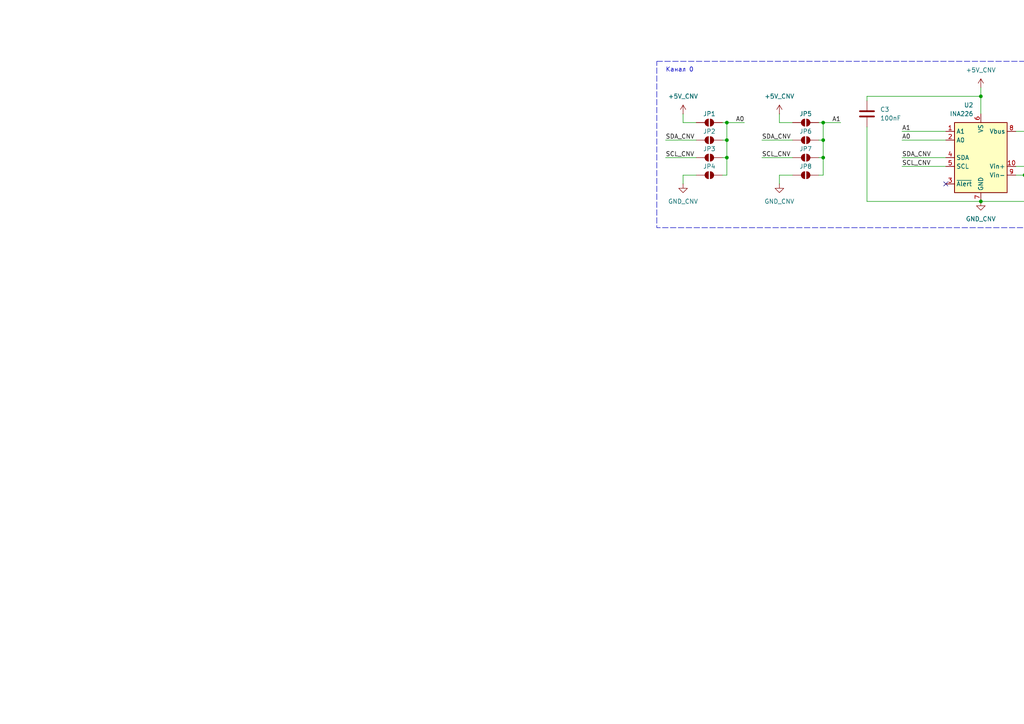
<source format=kicad_sch>
(kicad_sch (version 20250114) (generator "eeschema") (generator_version "9.0")
  (paper "A4")
  (lib_symbols
    (symbol "Sensor_Energy:INA226"
      (property "Reference" "U" (at -6.35 11.43 0))
      (property "Value" "INA226" (at 3.81 11.43 0))
      (symbol "INA226_0_1"
        (rectangle (start 7.62 10.16) (end -7.62 -10.16) (stroke (width 0.254)) (fill (type background)))
      )
      (symbol "INA226_1_1"
        (pin input line (at -10.16 7.62 0) (length 2.54) (name "Vbus") (number "8"))
        (pin input line (at -10.16 -2.54 0) (length 2.54) (name "Vin+") (number "10"))
        (pin input line (at -10.16 -5.08 0) (length 2.54) (name "Vin-") (number "9"))
        (pin power_in line (at 0 12.7 270) (length 2.54) (name "VS") (number "6"))
        (pin power_in line (at 0 -12.7 90) (length 2.54) (name "GND") (number "7"))
        (pin input line (at 10.16 7.62 180) (length 2.54) (name "A1") (number "1"))
        (pin input line (at 10.16 5.08 180) (length 2.54) (name "A0") (number "2"))
        (pin bidirectional line (at 10.16 0 180) (length 2.54) (name "SDA") (number "4"))
        (pin input line (at 10.16 -2.54 180) (length 2.54) (name "SCL") (number "5"))
        (pin open_collector line (at 10.16 -7.62 180) (length 2.54) (name "~{Alert}") (number "3"))
      )
    )
    (symbol "kicad_inventree_lib:15EDGRC-3.5-03P" (pin_names (offset 1.016) (hide yes))
      (property "Reference" "J" (at 0 12.7 0))
      (property "Value" "15EDGRC-3.5-03P" (at 0 2.54 0))
      (symbol "15EDGRC-3.5-03P_1_1"
        (polyline (pts (xy -1.27 10.16) (xy -0.508 10.16)) (stroke (width 0.1524)))
        (polyline (pts (xy -1.27 7.62) (xy -0.508 7.62)) (stroke (width 0.1524)))
        (polyline (pts (xy -1.27 5.08) (xy -0.508 5.08)) (stroke (width 0.1524)))
        (arc (start 0 9.652) (mid -0.5058 10.16) (end 0 10.668) (stroke (width 0.1524)))
        (arc (start 0 7.112) (mid -0.5058 7.62) (end 0 8.128) (stroke (width 0.1524)))
        (arc (start 0 4.572) (mid -0.5058 5.08) (end 0 5.588) (stroke (width 0.1524)))
        (pin passive line (at -5.08 10.16 0) (length 3.81) (name "Pin_1") (number "1"))
        (pin passive line (at -5.08 7.62 0) (length 3.81) (name "Pin_2") (number "2"))
        (pin passive line (at -5.08 5.08 0) (length 3.81) (name "Pin_3") (number "3"))
      )
    )
    (symbol "kicad_inventree_lib:C_100nF_16V_0603_MLCC-X7R" (pin_numbers (hide yes)) (pin_names (offset 0.254))
      (property "Reference" "C" (at 0.635 2.54 0))
      (property "Value" "100nF" (at 0.635 -2.54 0))
      (symbol "C_100nF_16V_0603_MLCC-X7R_0_1"
        (polyline (pts (xy -2.032 0.762) (xy 2.032 0.762)) (stroke (width 0.508)))
        (polyline (pts (xy -2.032 -0.762) (xy 2.032 -0.762)) (stroke (width 0.508)))
      )
      (symbol "C_100nF_16V_0603_MLCC-X7R_1_1"
        (pin passive line (at 0 3.81 270) (length 2.794) (name "~") (number "1"))
        (pin passive line (at 0 -3.81 90) (length 2.794) (name "~") (number "2"))
      )
    )
    (symbol "kicad_inventree_lib:R_0R01_2512_1%_50ppm" (pin_numbers (hide yes)) (pin_names (offset 0))
      (property "Reference" "R" (at 2.032 0 90))
      (property "Value" "0R01" (at 0 0 90))
      (symbol "R_0R01_2512_1%_50ppm_0_1"
        (rectangle (start -1.016 -2.54) (end 1.016 2.54) (stroke (width 0.254)))
      )
      (symbol "R_0R01_2512_1%_50ppm_1_1"
        (pin passive line (at 0 3.81 270) (length 1.27) (name "~") (number "1"))
        (pin passive line (at 0 -3.81 90) (length 1.27) (name "~") (number "2"))
      )
    )
    (symbol "kicad_inventree_lib:SolderJumper_2_Open" (pin_numbers (hide yes)) (pin_names (offset 0) (hide yes)) (in_bom no)
      (property "Reference" "JP" (at 0 2.032 0))
      (property "Value" "SolderJumper_2_Open" (at 0 -2.54 0))
      (symbol "SolderJumper_2_Open_0_1"
        (polyline (pts (xy -0.254 1.016) (xy -0.254 -1.016)))
        (arc (start -0.254 -1.016) (mid -1.2656 0) (end -0.254 1.016))
        (arc (start -0.254 -1.016) (mid -1.2656 0) (end -0.254 1.016) (fill (type outline)))
        (arc (start 0.254 1.016) (mid 1.2656 0) (end 0.254 -1.016))
        (arc (start 0.254 1.016) (mid 1.2656 0) (end 0.254 -1.016) (fill (type outline)))
        (polyline (pts (xy 0.254 1.016) (xy 0.254 -1.016)))
      )
      (symbol "SolderJumper_2_Open_1_1"
        (pin passive line (at -3.81 0 0) (length 2.54) (name "A") (number "1"))
        (pin passive line (at 3.81 0 180) (length 2.54) (name "B") (number "2"))
      )
    )
    (symbol "power:+5V" (power) (pin_numbers (hide yes)) (pin_names (offset 0) (hide yes))
      (property "Value" "+5V" (at 0 3.556 0))
      (symbol "+5V_0_1"
        (polyline (pts (xy -0.762 1.27) (xy 0 2.54)))
        (polyline (pts (xy 0 2.54) (xy 0.762 1.27)))
        (polyline (pts (xy 0 0) (xy 0 2.54)))
      )
      (symbol "+5V_1_1"
        (pin power_in line (at 0 0 90) (length 0) (name "~") (number "1"))
      )
    )
    (symbol "power:GND" (power) (pin_numbers (hide yes)) (pin_names (offset 0) (hide yes))
      (property "Value" "GND" (at 0 -3.81 0))
      (symbol "GND_0_1"
        (polyline (pts (xy 0 0) (xy 0 -1.27) (xy 1.27 -1.27) (xy 0 -2.54) (xy -1.27 -1.27) (xy 0 -1.27)))
      )
      (symbol "GND_1_1"
        (pin power_in line (at 0 0 270) (length 0) (name "~") (number "1"))
      )
    )
  )
  (rectangle (start 190.5 17.78) (end 342.9 66.04) (stroke (width 0) (type dash)))
  (text "Канал 0" (at 193.04 20.32 0) (effects (font (size 1.27 1.27)) (justify left)))
  (junction (at 284.48 27.94))
  (junction (at 210.82 45.72))
  (junction (at 210.82 40.64))
  (junction (at 304.8 40.64))
  (junction (at 297.18 50.8))
  (junction (at 238.76 35.56))
  (junction (at 284.48 58.42))
  (junction (at 238.76 40.64))
  (junction (at 238.76 45.72))
  (junction (at 304.8 50.8))
  (junction (at 210.82 35.56))
  (no_connect (at 274.32 53.34))
  (wire (pts (xy 210.82 45.72) (xy 210.82 50.8)))
  (wire (pts (xy 220.98 40.64) (xy 229.87 40.64)))
  (wire (pts (xy 299.72 40.64) (xy 299.72 48.26)))
  (wire (pts (xy 294.64 48.26) (xy 299.72 48.26)))
  (wire (pts (xy 297.18 50.8) (xy 304.8 50.8)))
  (wire (pts (xy 238.76 35.56) (xy 243.84 35.56)))
  (wire (pts (xy 238.76 45.72) (xy 238.76 50.8)))
  (wire (pts (xy 210.82 35.56) (xy 210.82 40.64)))
  (wire (pts (xy 237.49 45.72) (xy 238.76 45.72)))
  (wire (pts (xy 237.49 35.56) (xy 238.76 35.56)))
  (wire (pts (xy 294.64 38.1) (xy 297.18 38.1)))
  (wire (pts (xy 237.49 40.64) (xy 238.76 40.64)))
  (wire (pts (xy 238.76 40.64) (xy 238.76 45.72)))
  (wire (pts (xy 284.48 58.42) (xy 312.42 58.42)))
  (wire (pts (xy 314.96 40.64) (xy 314.96 48.26)))
  (wire (pts (xy 261.62 45.72) (xy 274.32 45.72)))
  (wire (pts (xy 198.12 33.02) (xy 198.12 35.56)))
  (wire (pts (xy 193.04 45.72) (xy 201.93 45.72)))
  (wire (pts (xy 304.8 49.53) (xy 304.8 50.8)))
  (wire (pts (xy 251.46 58.42) (xy 284.48 58.42)))
  (wire (pts (xy 198.12 35.56) (xy 201.93 35.56)))
  (wire (pts (xy 284.48 27.94) (xy 251.46 27.94)))
  (wire (pts (xy 284.48 25.4) (xy 284.48 27.94)))
  (wire (pts (xy 251.46 36.83) (xy 251.46 58.42)))
  (wire (pts (xy 193.04 40.64) (xy 201.93 40.64)))
  (wire (pts (xy 261.62 40.64) (xy 274.32 40.64)))
  (wire (pts (xy 304.8 40.64) (xy 304.8 41.91)))
  (wire (pts (xy 314.96 40.64) (xy 304.8 40.64)))
  (wire (pts (xy 198.12 50.8) (xy 201.93 50.8)))
  (wire (pts (xy 294.64 50.8) (xy 297.18 50.8)))
  (wire (pts (xy 210.82 40.64) (xy 210.82 45.72)))
  (wire (pts (xy 304.8 50.8) (xy 314.96 50.8)))
  (wire (pts (xy 237.49 50.8) (xy 238.76 50.8)))
  (wire (pts (xy 226.06 50.8) (xy 229.87 50.8)))
  (wire (pts (xy 209.55 45.72) (xy 210.82 45.72)))
  (wire (pts (xy 209.55 35.56) (xy 210.82 35.56)))
  (wire (pts (xy 299.72 40.64) (xy 304.8 40.64)))
  (wire (pts (xy 314.96 53.34) (xy 312.42 53.34)))
  (wire (pts (xy 238.76 35.56) (xy 238.76 40.64)))
  (wire (pts (xy 226.06 33.02) (xy 226.06 35.56)))
  (wire (pts (xy 209.55 50.8) (xy 210.82 50.8)))
  (wire (pts (xy 284.48 27.94) (xy 284.48 33.02)))
  (wire (pts (xy 297.18 38.1) (xy 297.18 50.8)))
  (wire (pts (xy 261.62 48.26) (xy 274.32 48.26)))
  (wire (pts (xy 312.42 53.34) (xy 312.42 58.42)))
  (wire (pts (xy 226.06 53.34) (xy 226.06 50.8)))
  (wire (pts (xy 226.06 35.56) (xy 229.87 35.56)))
  (wire (pts (xy 220.98 45.72) (xy 229.87 45.72)))
  (wire (pts (xy 261.62 38.1) (xy 274.32 38.1)))
  (wire (pts (xy 198.12 53.34) (xy 198.12 50.8)))
  (wire (pts (xy 209.55 40.64) (xy 210.82 40.64)))
  (wire (pts (xy 210.82 35.56) (xy 215.9 35.56)))
  (wire (pts (xy 251.46 29.21) (xy 251.46 27.94)))
  (label "SCL_CNV" (at 261.62 48.26 0))
  (label "SCL_CNV" (at 193.04 45.72 0))
  (label "A0" (at 215.9 35.56 180))
  (label "SDA_CNV" (at 193.04 40.64 0))
  (label "A0" (at 261.62 40.64 0))
  (label "A1" (at 243.84 35.56 180))
  (label "SCL_CNV" (at 220.98 45.72 0))
  (label "SDA_CNV" (at 261.62 45.72 0))
  (label "SDA_CNV" (at 220.98 40.64 0))
  (label "A1" (at 261.62 38.1 0))
  (symbol (lib_id "kicad_inventree_lib:SolderJumper_2_Open") (at 205.74 50.8 0) (unit 1) (in_bom no)
    (property "Reference" "JP4" (at 205.74 48.26 0))
    (property "Value" "SolderJumper_2_Open" (effects (hide yes)))
    (property "Footprint" "kicad_inventree_lib:SolderJumper-2_P1.3mm_Open_RoundedPad1.0x1.5mm" (effects (hide yes)))
    (property "Description" "Solder Jumper, 2-pole, open" (effects (hide yes)))
  )
  (symbol (lib_id "power:GND") (at 198.12 53.34 0) (unit 1)
    (property "Reference" "#PWR015" (effects (hide yes)))
    (property "Value" "GND_CNV" (at 198.12 58.42 0))
    (property "Description" "Power symbol creates a global label with name \"GND\" , ground" (effects (hide yes)))
  )
  (symbol (lib_id "kicad_inventree_lib:SolderJumper_2_Open") (at 233.68 50.8 0) (unit 1) (in_bom no)
    (property "Reference" "JP8" (at 233.68 48.26 0))
    (property "Value" "SolderJumper_2_Open" (effects (hide yes)))
    (property "Footprint" "kicad_inventree_lib:SolderJumper-2_P1.3mm_Open_RoundedPad1.0x1.5mm" (effects (hide yes)))
    (property "Description" "Solder Jumper, 2-pole, open" (effects (hide yes)))
  )
  (symbol (lib_id "kicad_inventree_lib:SolderJumper_2_Open") (at 205.74 45.72 0) (unit 1) (in_bom no)
    (property "Reference" "JP3" (at 205.74 43.18 0))
    (property "Value" "SolderJumper_2_Open" (effects (hide yes)))
    (property "Footprint" "kicad_inventree_lib:SolderJumper-2_P1.3mm_Open_RoundedPad1.0x1.5mm" (effects (hide yes)))
    (property "Description" "Solder Jumper, 2-pole, open" (effects (hide yes)))
  )
  (symbol (lib_id "power:GND") (at 226.06 53.34 0) (unit 1)
    (property "Reference" "#PWR012" (effects (hide yes)))
    (property "Value" "GND_CNV" (at 226.06 58.42 0))
    (property "Description" "Power symbol creates a global label with name \"GND\" , ground" (effects (hide yes)))
  )
  (symbol (lib_id "kicad_inventree_lib:15EDGRC-3.5-03P") (at 320.04 43.18 0) (mirror x) (unit 1)
    (property "Reference" "J1" (at 321.31 52.0701 0) (effects (justify left)))
    (property "Value" "15EDGRC-3.5-03P" (at 321.31 49.5301 0) (effects (justify left)))
    (property "Footprint" "kicad_inventree_lib:15EDGRC-3.5-03P" (effects (hide yes)))
    (property "Datasheet" "http://inventree.network/part/247/" (effects (hide yes)))
    (property "Description" "Generic connector, single row, 01x09, script generated" (effects (hide yes)))
    (property "part_ipn" "15EDGRC-3.5-03P" (effects (hide yes)))
  )
  (symbol (lib_id "kicad_inventree_lib:SolderJumper_2_Open") (at 205.74 35.56 0) (unit 1) (in_bom no)
    (property "Reference" "JP1" (at 205.74 33.02 0))
    (property "Value" "SolderJumper_2_Open" (effects (hide yes)))
    (property "Footprint" "kicad_inventree_lib:SolderJumper-2_P1.3mm_Open_RoundedPad1.0x1.5mm" (effects (hide yes)))
    (property "Description" "Solder Jumper, 2-pole, open" (effects (hide yes)))
  )
  (symbol (lib_id "kicad_inventree_lib:SolderJumper_2_Open") (at 233.68 35.56 0) (unit 1) (in_bom no)
    (property "Reference" "JP5" (at 233.68 33.02 0))
    (property "Value" "SolderJumper_2_Open" (effects (hide yes)))
    (property "Footprint" "kicad_inventree_lib:SolderJumper-2_P1.3mm_Open_RoundedPad1.0x1.5mm" (effects (hide yes)))
    (property "Description" "Solder Jumper, 2-pole, open" (effects (hide yes)))
  )
  (symbol (lib_id "power:+5V") (at 226.06 33.02 0) (unit 1)
    (property "Reference" "#PWR09" (effects (hide yes)))
    (property "Value" "+5V_CNV" (at 226.06 27.94 0))
    (property "Description" "Power symbol creates a global label with name \"+5V\"" (effects (hide yes)))
  )
  (symbol (lib_id "kicad_inventree_lib:R_0R01_2512_1%_50ppm") (at 304.8 45.72 0) (unit 1)
    (property "Reference" "R2" (at 307.34 44.4499 0) (effects (justify left)))
    (property "Value" "0R01" (at 307.34 46.9899 0) (effects (justify left)))
    (property "Footprint" "Resistor_SMD:R_2512_6332Metric" (effects (hide yes)))
    (property "Datasheet" "http://inventree.network/web/part/355/details" (effects (hide yes)))
    (property "Description" "Resistor" (effects (hide yes)))
    (property "part_ipn" "R_0R01_2512_1%_50ppm" (effects (hide yes)))
  )
  (symbol (lib_id "kicad_inventree_lib:SolderJumper_2_Open") (at 233.68 40.64 0) (unit 1) (in_bom no)
    (property "Reference" "JP6" (at 233.68 38.1 0))
    (property "Value" "SolderJumper_2_Open" (effects (hide yes)))
    (property "Footprint" "kicad_inventree_lib:SolderJumper-2_P1.3mm_Open_RoundedPad1.0x1.5mm" (effects (hide yes)))
    (property "Description" "Solder Jumper, 2-pole, open" (effects (hide yes)))
  )
  (symbol (lib_id "kicad_inventree_lib:C_100nF_16V_0603_MLCC-X7R") (at 251.46 33.02 0) (unit 1)
    (property "Reference" "C3" (at 255.27 31.7499 0) (effects (justify left)))
    (property "Value" "100nF" (at 255.27 34.2899 0) (effects (justify left)))
    (property "Footprint" "Capacitor_SMD:C_0603_1608Metric" (effects (hide yes)))
    (property "Datasheet" "http://inventree.network/part/221" (effects (hide yes)))
    (property "Description" "Unpolarized capacitor" (effects (hide yes)))
    (property "part_ipn" "C_100nF_16V_0603_MLCC-X7R" (effects (hide yes)))
  )
  (symbol (lib_id "power:+5V") (at 198.12 33.02 0) (unit 1)
    (property "Reference" "#PWR014" (effects (hide yes)))
    (property "Value" "+5V_CNV" (at 198.12 27.94 0))
    (property "Description" "Power symbol creates a global label with name \"+5V\"" (effects (hide yes)))
  )
  (symbol (lib_id "kicad_inventree_lib:SolderJumper_2_Open") (at 205.74 40.64 0) (unit 1) (in_bom no)
    (property "Reference" "JP2" (at 205.74 38.1 0))
    (property "Value" "SolderJumper_2_Open" (effects (hide yes)))
    (property "Footprint" "kicad_inventree_lib:SolderJumper-2_P1.3mm_Open_RoundedPad1.0x1.5mm" (effects (hide yes)))
    (property "Description" "Solder Jumper, 2-pole, open" (effects (hide yes)))
  )
  (symbol (lib_id "power:GND") (at 284.48 58.42 0) (unit 1)
    (property "Reference" "#PWR04" (effects (hide yes)))
    (property "Value" "GND_CNV" (at 284.48 63.5 0))
    (property "Description" "Power symbol creates a global label with name \"GND\" , ground" (effects (hide yes)))
  )
  (symbol (lib_id "power:+5V") (at 284.48 25.4 0) (unit 1)
    (property "Reference" "#PWR05" (effects (hide yes)))
    (property "Value" "+5V_CNV" (at 284.48 20.32 0))
    (property "Description" "Power symbol creates a global label with name \"+5V\"" (effects (hide yes)))
  )
  (symbol (lib_id "Sensor_Energy:INA226") (at 284.48 45.72 0) (mirror y) (unit 1)
    (property "Reference" "U2" (at 282.3367 30.48 0) (effects (justify left)))
    (property "Value" "INA226" (at 282.3367 33.02 0) (effects (justify left)))
    (property "Footprint" "Package_SO:VSSOP-10_3x3mm_P0.5mm" (effects (hide yes)))
    (property "Datasheet" "http://www.ti.com/lit/ds/symlink/ina226.pdf" (effects (hide yes)))
    (property "Description" "High-Side or Low-Side Measurement, Bi-Directional Current and Power Monitor (0-36V) with I2C Compatible Interface, VSSOP-10" (effects (hide yes)))
  )
  (symbol (lib_id "kicad_inventree_lib:SolderJumper_2_Open") (at 233.68 45.72 0) (unit 1) (in_bom no)
    (property "Reference" "JP7" (at 233.68 43.18 0))
    (property "Value" "SolderJumper_2_Open" (effects (hide yes)))
    (property "Footprint" "kicad_inventree_lib:SolderJumper-2_P1.3mm_Open_RoundedPad1.0x1.5mm" (effects (hide yes)))
    (property "Description" "Solder Jumper, 2-pole, open" (effects (hide yes)))
  )
)
</source>
